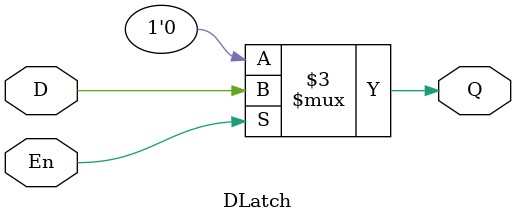
<source format=v>
module DLatch(Q,D,En);
output Q;
input D, En;
reg Q;
always@(En or D)
begin
if(En) Q<=D;
else Q<=0;
end
endmodule
</source>
